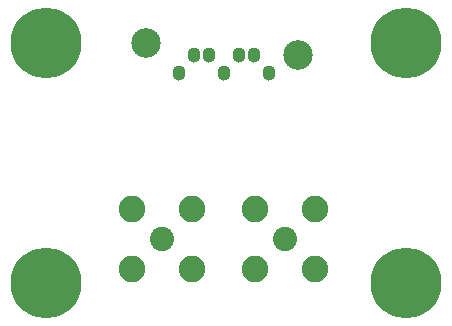
<source format=gbr>
%TF.GenerationSoftware,KiCad,Pcbnew,(5.99.0-10394-g2e15de97e0)*%
%TF.CreationDate,2021-05-18T08:22:46+02:00*%
%TF.ProjectId,SATABAL01,53415441-4241-44c3-9031-2e6b69636164,rev?*%
%TF.SameCoordinates,Original*%
%TF.FileFunction,Soldermask,Top*%
%TF.FilePolarity,Negative*%
%FSLAX46Y46*%
G04 Gerber Fmt 4.6, Leading zero omitted, Abs format (unit mm)*
G04 Created by KiCad (PCBNEW (5.99.0-10394-g2e15de97e0)) date 2021-05-18 08:22:46*
%MOMM*%
%LPD*%
G01*
G04 APERTURE LIST*
%ADD10O,1.100000X1.300000*%
%ADD11C,2.500000*%
%ADD12C,2.050000*%
%ADD13C,2.250000*%
%ADD14C,6.000000*%
G04 APERTURE END LIST*
D10*
%TO.C,J1*%
X23926800Y22858600D03*
X22656800Y24358600D03*
X21386800Y24358600D03*
X20116800Y22858600D03*
X18846800Y24358600D03*
X17576800Y24358600D03*
X16306800Y22858600D03*
D11*
X13556800Y25358600D03*
X26386800Y24358600D03*
%TD*%
D12*
%TO.C,J2*%
X14909800Y8763000D03*
D13*
X17449800Y6223000D03*
X17449800Y11303000D03*
X12369800Y11303000D03*
X12369800Y6223000D03*
%TD*%
D14*
%TO.C,H4*%
X35560000Y25400000D03*
%TD*%
D12*
%TO.C,J3*%
X25323800Y8763000D03*
D13*
X27863800Y6223000D03*
X22783800Y6223000D03*
X22783800Y11303000D03*
X27863800Y11303000D03*
%TD*%
D14*
%TO.C,H3*%
X35560000Y5080000D03*
%TD*%
%TO.C,H2*%
X5080000Y25400000D03*
%TD*%
%TO.C,H1*%
X5080000Y5080000D03*
%TD*%
M02*

</source>
